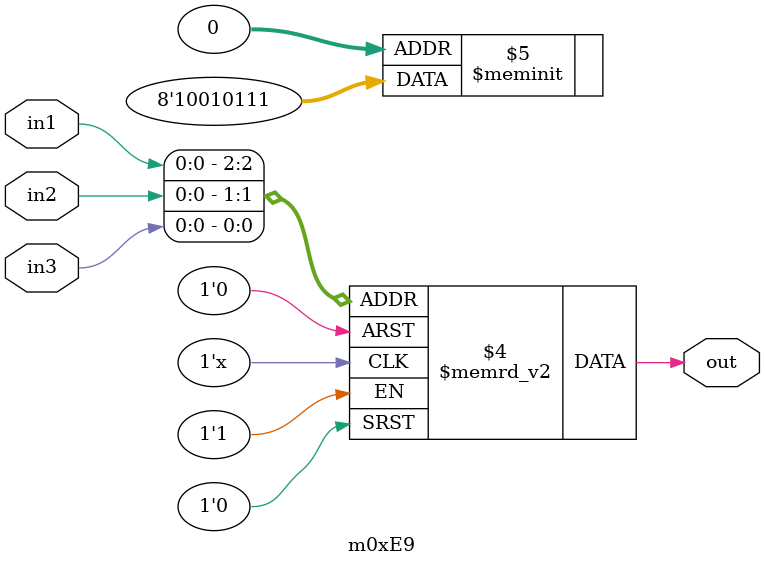
<source format=v>
module m0xE9(output out, input in1, in2, in3);

   always @(in1, in2, in3)
     begin
        case({in1, in2, in3})
          3'b000: {out} = 1'b1;
          3'b001: {out} = 1'b1;
          3'b010: {out} = 1'b1;
          3'b011: {out} = 1'b0;
          3'b100: {out} = 1'b1;
          3'b101: {out} = 1'b0;
          3'b110: {out} = 1'b0;
          3'b111: {out} = 1'b1;
        endcase // case ({in1, in2, in3})
     end // always @ (in1, in2, in3)

endmodule // m0xE9
</source>
